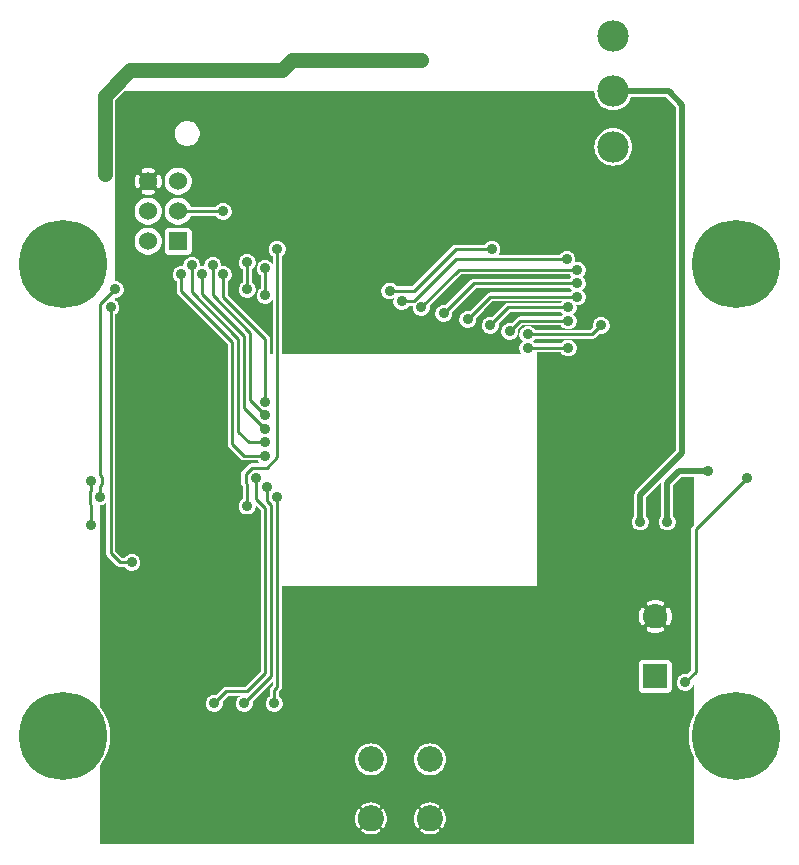
<source format=gbr>
G04 start of page 3 for group 1 idx 1 *
G04 Title: (unknown), bottom *
G04 Creator: pcb 20110918 *
G04 CreationDate: Mon 25 May 2015 02:47:13 AM GMT UTC *
G04 For: railfan *
G04 Format: Gerber/RS-274X *
G04 PCB-Dimensions: 269500 307800 *
G04 PCB-Coordinate-Origin: lower left *
%MOIN*%
%FSLAX25Y25*%
%LNBOTTOM*%
%ADD58C,0.0750*%
%ADD57C,0.0480*%
%ADD56C,0.0430*%
%ADD55C,0.0630*%
%ADD54C,0.0380*%
%ADD53C,0.1285*%
%ADD52C,0.0360*%
%ADD51C,0.1050*%
%ADD50C,0.0800*%
%ADD49C,0.0860*%
%ADD48C,0.0600*%
%ADD47C,0.2937*%
%ADD46C,0.0200*%
%ADD45C,0.0500*%
%ADD44C,0.0100*%
%ADD43C,0.0001*%
G54D43*G36*
X233000Y61679D02*Y50234D01*
X232882Y50042D01*
X231938Y47762D01*
X231361Y45361D01*
X231168Y42900D01*
X231361Y40439D01*
X231938Y38038D01*
X232882Y35758D01*
X233000Y35566D01*
Y6800D01*
X224493D01*
Y57380D01*
X224683Y57459D01*
X224884Y57583D01*
X225064Y57736D01*
X225217Y57916D01*
X225341Y58117D01*
X225431Y58335D01*
X225486Y58565D01*
X225500Y58800D01*
X225486Y67035D01*
X225431Y67265D01*
X225341Y67483D01*
X225217Y67684D01*
X225064Y67864D01*
X224884Y68017D01*
X224683Y68141D01*
X224493Y68220D01*
Y79945D01*
X224578Y79981D01*
X224679Y80043D01*
X224769Y80119D01*
X224845Y80209D01*
X224905Y80311D01*
X225122Y80780D01*
X225289Y81269D01*
X225409Y81772D01*
X225482Y82284D01*
X225506Y82800D01*
X225482Y83316D01*
X225409Y83828D01*
X225289Y84331D01*
X225122Y84820D01*
X224910Y85292D01*
X224849Y85393D01*
X224772Y85484D01*
X224682Y85561D01*
X224580Y85623D01*
X224493Y85660D01*
Y92800D01*
X232000D01*
Y64921D01*
X230611Y63533D01*
X230439Y63574D01*
X230000Y63609D01*
X229561Y63574D01*
X229132Y63471D01*
X228725Y63303D01*
X228349Y63072D01*
X228014Y62786D01*
X227728Y62451D01*
X227497Y62075D01*
X227329Y61668D01*
X227226Y61239D01*
X227191Y60800D01*
X227226Y60361D01*
X227329Y59932D01*
X227497Y59525D01*
X227728Y59149D01*
X228014Y58814D01*
X228349Y58528D01*
X228725Y58297D01*
X229132Y58129D01*
X229561Y58026D01*
X230000Y57991D01*
X230439Y58026D01*
X230868Y58129D01*
X231275Y58297D01*
X231651Y58528D01*
X231986Y58814D01*
X232272Y59149D01*
X232503Y59525D01*
X232671Y59932D01*
X232774Y60361D01*
X232800Y60800D01*
X232774Y61239D01*
X232733Y61411D01*
X233000Y61679D01*
G37*
G36*
X224493Y68220D02*X224465Y68231D01*
X224235Y68286D01*
X224000Y68300D01*
X220000Y68293D01*
Y77294D01*
X220516Y77318D01*
X221028Y77391D01*
X221531Y77511D01*
X222020Y77678D01*
X222492Y77890D01*
X222593Y77951D01*
X222684Y78028D01*
X222761Y78118D01*
X222823Y78220D01*
X222869Y78329D01*
X222897Y78445D01*
X222906Y78563D01*
X222897Y78681D01*
X222870Y78797D01*
X222824Y78907D01*
X222762Y79008D01*
X222686Y79098D01*
X222595Y79176D01*
X222494Y79238D01*
X222385Y79284D01*
X222269Y79311D01*
X222151Y79321D01*
X222032Y79312D01*
X221917Y79284D01*
X221808Y79237D01*
X221468Y79079D01*
X221112Y78958D01*
X220747Y78870D01*
X220375Y78818D01*
X220000Y78800D01*
Y86800D01*
X220375Y86782D01*
X220747Y86730D01*
X221112Y86642D01*
X221468Y86521D01*
X221810Y86367D01*
X221918Y86320D01*
X222033Y86293D01*
X222151Y86283D01*
X222268Y86293D01*
X222383Y86321D01*
X222492Y86366D01*
X222593Y86428D01*
X222682Y86505D01*
X222759Y86595D01*
X222820Y86695D01*
X222865Y86804D01*
X222893Y86919D01*
X222902Y87037D01*
X222892Y87155D01*
X222865Y87269D01*
X222819Y87378D01*
X222757Y87479D01*
X222681Y87569D01*
X222591Y87645D01*
X222489Y87705D01*
X222020Y87922D01*
X221531Y88089D01*
X221028Y88209D01*
X220516Y88282D01*
X220000Y88306D01*
Y92800D01*
X224493D01*
Y85660D01*
X224471Y85669D01*
X224355Y85697D01*
X224237Y85706D01*
X224119Y85697D01*
X224003Y85670D01*
X223893Y85624D01*
X223792Y85562D01*
X223702Y85486D01*
X223624Y85395D01*
X223562Y85294D01*
X223516Y85185D01*
X223489Y85069D01*
X223479Y84951D01*
X223488Y84832D01*
X223516Y84717D01*
X223563Y84608D01*
X223721Y84268D01*
X223842Y83912D01*
X223930Y83547D01*
X223982Y83175D01*
X224000Y82800D01*
X223982Y82425D01*
X223930Y82053D01*
X223842Y81688D01*
X223721Y81332D01*
X223567Y80990D01*
X223520Y80882D01*
X223493Y80767D01*
X223483Y80649D01*
X223493Y80532D01*
X223521Y80417D01*
X223566Y80308D01*
X223628Y80207D01*
X223705Y80118D01*
X223795Y80041D01*
X223895Y79980D01*
X224004Y79935D01*
X224119Y79907D01*
X224237Y79898D01*
X224355Y79908D01*
X224469Y79935D01*
X224493Y79945D01*
Y68220D01*
G37*
G36*
Y6800D02*X220000D01*
Y57307D01*
X224235Y57314D01*
X224465Y57369D01*
X224493Y57380D01*
Y6800D01*
G37*
G36*
X215507Y92800D02*X220000D01*
Y88306D01*
X219484Y88282D01*
X218972Y88209D01*
X218469Y88089D01*
X217980Y87922D01*
X217508Y87710D01*
X217407Y87649D01*
X217316Y87572D01*
X217239Y87482D01*
X217177Y87380D01*
X217131Y87271D01*
X217103Y87155D01*
X217094Y87037D01*
X217103Y86919D01*
X217130Y86803D01*
X217176Y86693D01*
X217238Y86592D01*
X217314Y86502D01*
X217405Y86424D01*
X217506Y86362D01*
X217615Y86316D01*
X217731Y86289D01*
X217849Y86279D01*
X217968Y86288D01*
X218083Y86316D01*
X218192Y86363D01*
X218532Y86521D01*
X218888Y86642D01*
X219253Y86730D01*
X219625Y86782D01*
X220000Y86800D01*
Y78800D01*
X219625Y78818D01*
X219253Y78870D01*
X218888Y78958D01*
X218532Y79079D01*
X218190Y79233D01*
X218082Y79280D01*
X217967Y79307D01*
X217849Y79317D01*
X217732Y79307D01*
X217617Y79279D01*
X217508Y79234D01*
X217407Y79172D01*
X217318Y79095D01*
X217241Y79005D01*
X217180Y78905D01*
X217135Y78796D01*
X217107Y78681D01*
X217098Y78563D01*
X217108Y78445D01*
X217135Y78331D01*
X217181Y78222D01*
X217243Y78121D01*
X217319Y78031D01*
X217409Y77955D01*
X217511Y77895D01*
X217980Y77678D01*
X218469Y77511D01*
X218972Y77391D01*
X219484Y77318D01*
X220000Y77294D01*
Y68293D01*
X215765Y68286D01*
X215535Y68231D01*
X215507Y68220D01*
Y79940D01*
X215529Y79931D01*
X215645Y79903D01*
X215763Y79894D01*
X215881Y79903D01*
X215997Y79930D01*
X216107Y79976D01*
X216208Y80038D01*
X216298Y80114D01*
X216376Y80205D01*
X216438Y80306D01*
X216484Y80415D01*
X216511Y80531D01*
X216521Y80649D01*
X216512Y80768D01*
X216484Y80883D01*
X216437Y80992D01*
X216279Y81332D01*
X216158Y81688D01*
X216070Y82053D01*
X216018Y82425D01*
X216000Y82800D01*
X216018Y83175D01*
X216070Y83547D01*
X216158Y83912D01*
X216279Y84268D01*
X216433Y84610D01*
X216480Y84718D01*
X216507Y84833D01*
X216517Y84951D01*
X216507Y85068D01*
X216479Y85183D01*
X216434Y85292D01*
X216372Y85393D01*
X216295Y85482D01*
X216205Y85559D01*
X216105Y85620D01*
X215996Y85665D01*
X215881Y85693D01*
X215763Y85702D01*
X215645Y85692D01*
X215531Y85665D01*
X215507Y85655D01*
Y92800D01*
G37*
G36*
X220000Y6800D02*X215507D01*
Y57380D01*
X215535Y57369D01*
X215765Y57314D01*
X216000Y57300D01*
X220000Y57307D01*
Y6800D01*
G37*
G36*
X215507D02*X149252D01*
Y12521D01*
X149285Y12566D01*
X149528Y12968D01*
X149730Y13393D01*
X149894Y13835D01*
X150018Y14289D01*
X150101Y14753D01*
X150143Y15222D01*
Y15692D01*
X150101Y16161D01*
X150018Y16625D01*
X149894Y17079D01*
X149730Y17521D01*
X149528Y17946D01*
X149289Y18351D01*
X149252Y18401D01*
Y32194D01*
X149580Y32729D01*
X149899Y33500D01*
X150094Y34311D01*
X150143Y35143D01*
X150094Y35975D01*
X149899Y36786D01*
X149580Y37557D01*
X149252Y38092D01*
Y92800D01*
X215507D01*
Y85655D01*
X215422Y85619D01*
X215321Y85557D01*
X215231Y85481D01*
X215155Y85391D01*
X215095Y85289D01*
X214878Y84820D01*
X214711Y84331D01*
X214591Y83828D01*
X214518Y83316D01*
X214494Y82800D01*
X214518Y82284D01*
X214591Y81772D01*
X214711Y81269D01*
X214878Y80780D01*
X215090Y80308D01*
X215151Y80207D01*
X215228Y80116D01*
X215318Y80039D01*
X215420Y79977D01*
X215507Y79940D01*
Y68220D01*
X215317Y68141D01*
X215116Y68017D01*
X214936Y67864D01*
X214783Y67684D01*
X214659Y67483D01*
X214569Y67265D01*
X214514Y67035D01*
X214500Y66800D01*
X214514Y58565D01*
X214569Y58335D01*
X214659Y58117D01*
X214783Y57916D01*
X214936Y57736D01*
X215116Y57583D01*
X215317Y57459D01*
X215507Y57380D01*
Y6800D01*
G37*
G36*
X149252Y38092D02*X149144Y38268D01*
X148602Y38902D01*
X147968Y39444D01*
X147257Y39880D01*
X146486Y40199D01*
X145675Y40394D01*
X144843Y40459D01*
X144835Y40459D01*
Y92800D01*
X149252D01*
Y38092D01*
G37*
G36*
Y6800D02*X144835D01*
Y10157D01*
X145078D01*
X145547Y10199D01*
X146011Y10282D01*
X146465Y10406D01*
X146907Y10570D01*
X147332Y10772D01*
X147737Y11011D01*
X147801Y11059D01*
X147855Y11116D01*
X147900Y11182D01*
X147934Y11254D01*
X147957Y11330D01*
X147967Y11408D01*
X147965Y11488D01*
X147950Y11566D01*
X147924Y11641D01*
X147886Y11710D01*
X147837Y11773D01*
X147780Y11828D01*
X147714Y11873D01*
X147642Y11907D01*
X147566Y11929D01*
X147488Y11939D01*
X147408Y11937D01*
X147330Y11923D01*
X147255Y11896D01*
X147187Y11857D01*
X146860Y11660D01*
X146516Y11496D01*
X146158Y11363D01*
X145790Y11262D01*
X145414Y11195D01*
X145034Y11161D01*
X144835D01*
Y19753D01*
X145034D01*
X145414Y19719D01*
X145790Y19652D01*
X146158Y19551D01*
X146516Y19418D01*
X146860Y19254D01*
X147189Y19061D01*
X147257Y19022D01*
X147331Y18995D01*
X147409Y18981D01*
X147487Y18979D01*
X147565Y18989D01*
X147641Y19011D01*
X147712Y19045D01*
X147777Y19090D01*
X147834Y19144D01*
X147882Y19206D01*
X147920Y19275D01*
X147946Y19349D01*
X147960Y19427D01*
X147963Y19505D01*
X147952Y19583D01*
X147930Y19659D01*
X147896Y19730D01*
X147852Y19795D01*
X147798Y19852D01*
X147734Y19899D01*
X147332Y20142D01*
X146907Y20344D01*
X146465Y20508D01*
X146011Y20632D01*
X145547Y20715D01*
X145078Y20757D01*
X144835D01*
Y29827D01*
X144843Y29827D01*
X145675Y29892D01*
X146486Y30087D01*
X147257Y30406D01*
X147968Y30842D01*
X148602Y31384D01*
X149144Y32018D01*
X149252Y32194D01*
Y18401D01*
X149241Y18415D01*
X149184Y18469D01*
X149118Y18514D01*
X149046Y18548D01*
X148970Y18571D01*
X148892Y18581D01*
X148812Y18579D01*
X148734Y18564D01*
X148659Y18538D01*
X148590Y18500D01*
X148527Y18451D01*
X148472Y18394D01*
X148427Y18328D01*
X148393Y18256D01*
X148371Y18180D01*
X148361Y18102D01*
X148363Y18022D01*
X148377Y17944D01*
X148404Y17869D01*
X148443Y17801D01*
X148640Y17474D01*
X148804Y17130D01*
X148937Y16772D01*
X149038Y16404D01*
X149105Y16028D01*
X149139Y15648D01*
Y15266D01*
X149105Y14886D01*
X149038Y14510D01*
X148937Y14142D01*
X148804Y13784D01*
X148640Y13440D01*
X148447Y13111D01*
X148408Y13043D01*
X148381Y12969D01*
X148367Y12891D01*
X148365Y12813D01*
X148375Y12735D01*
X148397Y12659D01*
X148431Y12588D01*
X148476Y12523D01*
X148530Y12466D01*
X148592Y12418D01*
X148661Y12380D01*
X148735Y12354D01*
X148813Y12340D01*
X148891Y12337D01*
X148969Y12348D01*
X149045Y12370D01*
X149116Y12404D01*
X149181Y12448D01*
X149238Y12502D01*
X149252Y12521D01*
Y6800D01*
G37*
G36*
X140434Y92800D02*X144835D01*
Y40459D01*
X144011Y40394D01*
X143200Y40199D01*
X142429Y39880D01*
X141718Y39444D01*
X141084Y38902D01*
X140542Y38268D01*
X140434Y38092D01*
Y92800D01*
G37*
G36*
X144835Y6800D02*X140434D01*
Y12513D01*
X140445Y12499D01*
X140502Y12445D01*
X140568Y12400D01*
X140640Y12366D01*
X140716Y12343D01*
X140794Y12333D01*
X140874Y12335D01*
X140952Y12350D01*
X141027Y12376D01*
X141096Y12414D01*
X141159Y12463D01*
X141214Y12520D01*
X141259Y12586D01*
X141293Y12658D01*
X141315Y12734D01*
X141325Y12812D01*
X141323Y12892D01*
X141309Y12970D01*
X141282Y13045D01*
X141243Y13113D01*
X141046Y13440D01*
X140882Y13784D01*
X140749Y14142D01*
X140648Y14510D01*
X140581Y14886D01*
X140547Y15266D01*
Y15648D01*
X140581Y16028D01*
X140648Y16404D01*
X140749Y16772D01*
X140882Y17130D01*
X141046Y17474D01*
X141239Y17803D01*
X141278Y17871D01*
X141305Y17945D01*
X141319Y18023D01*
X141321Y18101D01*
X141311Y18179D01*
X141289Y18255D01*
X141255Y18326D01*
X141210Y18391D01*
X141156Y18448D01*
X141094Y18496D01*
X141025Y18534D01*
X140951Y18560D01*
X140873Y18574D01*
X140795Y18577D01*
X140717Y18566D01*
X140641Y18544D01*
X140570Y18510D01*
X140505Y18466D01*
X140448Y18412D01*
X140434Y18393D01*
Y32194D01*
X140542Y32018D01*
X141084Y31384D01*
X141718Y30842D01*
X142429Y30406D01*
X143200Y30087D01*
X144011Y29892D01*
X144835Y29827D01*
Y20757D01*
X144608D01*
X144139Y20715D01*
X143675Y20632D01*
X143221Y20508D01*
X142779Y20344D01*
X142354Y20142D01*
X141949Y19903D01*
X141885Y19855D01*
X141831Y19798D01*
X141786Y19732D01*
X141752Y19660D01*
X141729Y19584D01*
X141719Y19506D01*
X141721Y19426D01*
X141736Y19348D01*
X141762Y19273D01*
X141800Y19204D01*
X141849Y19141D01*
X141906Y19086D01*
X141972Y19041D01*
X142044Y19007D01*
X142120Y18985D01*
X142198Y18975D01*
X142278Y18977D01*
X142356Y18991D01*
X142431Y19018D01*
X142499Y19057D01*
X142826Y19254D01*
X143170Y19418D01*
X143528Y19551D01*
X143896Y19652D01*
X144272Y19719D01*
X144652Y19753D01*
X144835D01*
Y11161D01*
X144652D01*
X144272Y11195D01*
X143896Y11262D01*
X143528Y11363D01*
X143170Y11496D01*
X142826Y11660D01*
X142497Y11853D01*
X142429Y11892D01*
X142355Y11919D01*
X142277Y11933D01*
X142199Y11935D01*
X142121Y11925D01*
X142045Y11903D01*
X141974Y11869D01*
X141909Y11824D01*
X141852Y11770D01*
X141804Y11708D01*
X141766Y11639D01*
X141740Y11565D01*
X141726Y11487D01*
X141723Y11409D01*
X141734Y11331D01*
X141756Y11255D01*
X141790Y11184D01*
X141834Y11119D01*
X141888Y11062D01*
X141952Y11015D01*
X142354Y10772D01*
X142779Y10570D01*
X143221Y10406D01*
X143675Y10282D01*
X144139Y10199D01*
X144608Y10157D01*
X144835D01*
Y6800D01*
G37*
G36*
X140434D02*X129566D01*
Y12521D01*
X129599Y12566D01*
X129842Y12968D01*
X130044Y13393D01*
X130208Y13835D01*
X130332Y14289D01*
X130415Y14753D01*
X130457Y15222D01*
Y15692D01*
X130415Y16161D01*
X130332Y16625D01*
X130208Y17079D01*
X130044Y17521D01*
X129842Y17946D01*
X129603Y18351D01*
X129566Y18401D01*
Y32194D01*
X129894Y32729D01*
X130213Y33500D01*
X130408Y34311D01*
X130457Y35143D01*
X130408Y35975D01*
X130213Y36786D01*
X129894Y37557D01*
X129566Y38092D01*
Y92800D01*
X140434D01*
Y38092D01*
X140106Y37557D01*
X139787Y36786D01*
X139592Y35975D01*
X139527Y35143D01*
X139592Y34311D01*
X139787Y33500D01*
X140106Y32729D01*
X140434Y32194D01*
Y18393D01*
X140401Y18348D01*
X140158Y17946D01*
X139956Y17521D01*
X139792Y17079D01*
X139668Y16625D01*
X139585Y16161D01*
X139543Y15692D01*
Y15222D01*
X139585Y14753D01*
X139668Y14289D01*
X139792Y13835D01*
X139956Y13393D01*
X140158Y12968D01*
X140397Y12563D01*
X140434Y12513D01*
Y6800D01*
G37*
G36*
X129566Y38092D02*X129458Y38268D01*
X128916Y38902D01*
X128282Y39444D01*
X127571Y39880D01*
X126800Y40199D01*
X125989Y40394D01*
X125157Y40459D01*
X125149Y40459D01*
Y92800D01*
X129566D01*
Y38092D01*
G37*
G36*
Y6800D02*X125149D01*
Y10157D01*
X125392D01*
X125861Y10199D01*
X126325Y10282D01*
X126779Y10406D01*
X127221Y10570D01*
X127646Y10772D01*
X128051Y11011D01*
X128115Y11059D01*
X128169Y11116D01*
X128214Y11182D01*
X128248Y11254D01*
X128271Y11330D01*
X128281Y11408D01*
X128279Y11488D01*
X128264Y11566D01*
X128238Y11641D01*
X128200Y11710D01*
X128151Y11773D01*
X128094Y11828D01*
X128028Y11873D01*
X127956Y11907D01*
X127880Y11929D01*
X127802Y11939D01*
X127722Y11937D01*
X127644Y11923D01*
X127569Y11896D01*
X127501Y11857D01*
X127174Y11660D01*
X126830Y11496D01*
X126472Y11363D01*
X126104Y11262D01*
X125728Y11195D01*
X125348Y11161D01*
X125149D01*
Y19753D01*
X125348D01*
X125728Y19719D01*
X126104Y19652D01*
X126472Y19551D01*
X126830Y19418D01*
X127174Y19254D01*
X127503Y19061D01*
X127571Y19022D01*
X127645Y18995D01*
X127723Y18981D01*
X127801Y18979D01*
X127879Y18989D01*
X127955Y19011D01*
X128026Y19045D01*
X128091Y19090D01*
X128148Y19144D01*
X128196Y19206D01*
X128234Y19275D01*
X128260Y19349D01*
X128274Y19427D01*
X128277Y19505D01*
X128266Y19583D01*
X128244Y19659D01*
X128210Y19730D01*
X128166Y19795D01*
X128112Y19852D01*
X128048Y19899D01*
X127646Y20142D01*
X127221Y20344D01*
X126779Y20508D01*
X126325Y20632D01*
X125861Y20715D01*
X125392Y20757D01*
X125149D01*
Y29827D01*
X125157Y29827D01*
X125989Y29892D01*
X126800Y30087D01*
X127571Y30406D01*
X128282Y30842D01*
X128916Y31384D01*
X129458Y32018D01*
X129566Y32194D01*
Y18401D01*
X129555Y18415D01*
X129498Y18469D01*
X129432Y18514D01*
X129360Y18548D01*
X129284Y18571D01*
X129206Y18581D01*
X129126Y18579D01*
X129048Y18564D01*
X128973Y18538D01*
X128904Y18500D01*
X128841Y18451D01*
X128786Y18394D01*
X128741Y18328D01*
X128707Y18256D01*
X128685Y18180D01*
X128675Y18102D01*
X128677Y18022D01*
X128691Y17944D01*
X128718Y17869D01*
X128757Y17801D01*
X128954Y17474D01*
X129118Y17130D01*
X129251Y16772D01*
X129352Y16404D01*
X129419Y16028D01*
X129453Y15648D01*
Y15266D01*
X129419Y14886D01*
X129352Y14510D01*
X129251Y14142D01*
X129118Y13784D01*
X128954Y13440D01*
X128761Y13111D01*
X128722Y13043D01*
X128695Y12969D01*
X128681Y12891D01*
X128679Y12813D01*
X128689Y12735D01*
X128711Y12659D01*
X128745Y12588D01*
X128790Y12523D01*
X128844Y12466D01*
X128906Y12418D01*
X128975Y12380D01*
X129049Y12354D01*
X129127Y12340D01*
X129205Y12337D01*
X129283Y12348D01*
X129359Y12370D01*
X129430Y12404D01*
X129495Y12448D01*
X129552Y12502D01*
X129566Y12521D01*
Y6800D01*
G37*
G36*
X120748Y92800D02*X125149D01*
Y40459D01*
X124325Y40394D01*
X123514Y40199D01*
X122743Y39880D01*
X122032Y39444D01*
X121398Y38902D01*
X120856Y38268D01*
X120748Y38092D01*
Y92800D01*
G37*
G36*
X125149Y6800D02*X120748D01*
Y12513D01*
X120759Y12499D01*
X120816Y12445D01*
X120882Y12400D01*
X120954Y12366D01*
X121030Y12343D01*
X121108Y12333D01*
X121188Y12335D01*
X121266Y12350D01*
X121341Y12376D01*
X121410Y12414D01*
X121473Y12463D01*
X121528Y12520D01*
X121573Y12586D01*
X121607Y12658D01*
X121629Y12734D01*
X121639Y12812D01*
X121637Y12892D01*
X121623Y12970D01*
X121596Y13045D01*
X121557Y13113D01*
X121360Y13440D01*
X121196Y13784D01*
X121063Y14142D01*
X120962Y14510D01*
X120895Y14886D01*
X120861Y15266D01*
Y15648D01*
X120895Y16028D01*
X120962Y16404D01*
X121063Y16772D01*
X121196Y17130D01*
X121360Y17474D01*
X121553Y17803D01*
X121592Y17871D01*
X121619Y17945D01*
X121633Y18023D01*
X121635Y18101D01*
X121625Y18179D01*
X121603Y18255D01*
X121569Y18326D01*
X121524Y18391D01*
X121470Y18448D01*
X121408Y18496D01*
X121339Y18534D01*
X121265Y18560D01*
X121187Y18574D01*
X121109Y18577D01*
X121031Y18566D01*
X120955Y18544D01*
X120884Y18510D01*
X120819Y18466D01*
X120762Y18412D01*
X120748Y18393D01*
Y32194D01*
X120856Y32018D01*
X121398Y31384D01*
X122032Y30842D01*
X122743Y30406D01*
X123514Y30087D01*
X124325Y29892D01*
X125149Y29827D01*
Y20757D01*
X124922D01*
X124453Y20715D01*
X123989Y20632D01*
X123535Y20508D01*
X123093Y20344D01*
X122668Y20142D01*
X122263Y19903D01*
X122199Y19855D01*
X122145Y19798D01*
X122100Y19732D01*
X122066Y19660D01*
X122043Y19584D01*
X122033Y19506D01*
X122035Y19426D01*
X122050Y19348D01*
X122076Y19273D01*
X122114Y19204D01*
X122163Y19141D01*
X122220Y19086D01*
X122286Y19041D01*
X122358Y19007D01*
X122434Y18985D01*
X122512Y18975D01*
X122592Y18977D01*
X122670Y18991D01*
X122745Y19018D01*
X122813Y19057D01*
X123140Y19254D01*
X123484Y19418D01*
X123842Y19551D01*
X124210Y19652D01*
X124586Y19719D01*
X124966Y19753D01*
X125149D01*
Y11161D01*
X124966D01*
X124586Y11195D01*
X124210Y11262D01*
X123842Y11363D01*
X123484Y11496D01*
X123140Y11660D01*
X122811Y11853D01*
X122743Y11892D01*
X122669Y11919D01*
X122591Y11933D01*
X122513Y11935D01*
X122435Y11925D01*
X122359Y11903D01*
X122288Y11869D01*
X122223Y11824D01*
X122166Y11770D01*
X122118Y11708D01*
X122080Y11639D01*
X122054Y11565D01*
X122040Y11487D01*
X122037Y11409D01*
X122048Y11331D01*
X122070Y11255D01*
X122104Y11184D01*
X122148Y11119D01*
X122202Y11062D01*
X122266Y11015D01*
X122668Y10772D01*
X123093Y10570D01*
X123535Y10406D01*
X123989Y10282D01*
X124453Y10199D01*
X124922Y10157D01*
X125149D01*
Y6800D01*
G37*
G36*
X120748D02*X35000D01*
Y33269D01*
X35328Y33653D01*
X36618Y35758D01*
X37562Y38038D01*
X38139Y40439D01*
X38284Y42900D01*
X38139Y45361D01*
X37562Y47762D01*
X36618Y50042D01*
X35328Y52147D01*
X35000Y52531D01*
Y92800D01*
X88500D01*
Y64421D01*
X83379Y59300D01*
X77059D01*
X77000Y59305D01*
X76765Y59286D01*
X76535Y59231D01*
X76317Y59141D01*
X76116Y59017D01*
X76115Y59017D01*
X75936Y58864D01*
X75898Y58819D01*
X73611Y56533D01*
X73439Y56574D01*
X73000Y56609D01*
X72561Y56574D01*
X72132Y56471D01*
X71725Y56303D01*
X71349Y56072D01*
X71014Y55786D01*
X70728Y55451D01*
X70497Y55075D01*
X70329Y54668D01*
X70226Y54239D01*
X70191Y53800D01*
X70226Y53361D01*
X70329Y52932D01*
X70497Y52525D01*
X70728Y52149D01*
X71014Y51814D01*
X71349Y51528D01*
X71725Y51297D01*
X72132Y51129D01*
X72561Y51026D01*
X73000Y50991D01*
X73439Y51026D01*
X73868Y51129D01*
X74275Y51297D01*
X74651Y51528D01*
X74986Y51814D01*
X75272Y52149D01*
X75503Y52525D01*
X75671Y52932D01*
X75774Y53361D01*
X75800Y53800D01*
X75774Y54239D01*
X75733Y54411D01*
X77621Y56300D01*
X81721D01*
X81349Y56072D01*
X81014Y55786D01*
X80728Y55451D01*
X80497Y55075D01*
X80329Y54668D01*
X80226Y54239D01*
X80191Y53800D01*
X80226Y53361D01*
X80329Y52932D01*
X80497Y52525D01*
X80728Y52149D01*
X81014Y51814D01*
X81349Y51528D01*
X81725Y51297D01*
X82132Y51129D01*
X82561Y51026D01*
X83000Y50991D01*
X83439Y51026D01*
X83868Y51129D01*
X84275Y51297D01*
X84651Y51528D01*
X84986Y51814D01*
X85272Y52149D01*
X85503Y52525D01*
X85671Y52932D01*
X85774Y53361D01*
X85800Y53800D01*
X85774Y54239D01*
X85733Y54411D01*
X92500Y61179D01*
Y59921D01*
X91981Y59402D01*
X91936Y59364D01*
X91783Y59184D01*
X91659Y58983D01*
X91569Y58765D01*
X91514Y58535D01*
X91514Y58535D01*
X91495Y58300D01*
X91500Y58241D01*
Y56165D01*
X91349Y56072D01*
X91014Y55786D01*
X90728Y55451D01*
X90497Y55075D01*
X90329Y54668D01*
X90226Y54239D01*
X90191Y53800D01*
X90226Y53361D01*
X90329Y52932D01*
X90497Y52525D01*
X90728Y52149D01*
X91014Y51814D01*
X91349Y51528D01*
X91725Y51297D01*
X92132Y51129D01*
X92561Y51026D01*
X93000Y50991D01*
X93439Y51026D01*
X93868Y51129D01*
X94275Y51297D01*
X94651Y51528D01*
X94986Y51814D01*
X95272Y52149D01*
X95503Y52525D01*
X95671Y52932D01*
X95774Y53361D01*
X95800Y53800D01*
X95774Y54239D01*
X95671Y54668D01*
X95503Y55075D01*
X95272Y55451D01*
X94986Y55786D01*
X94651Y56072D01*
X94500Y56165D01*
Y57679D01*
X95019Y58198D01*
X95064Y58236D01*
X95217Y58415D01*
X95217Y58416D01*
X95341Y58617D01*
X95431Y58835D01*
X95486Y59065D01*
X95505Y59300D01*
X95500Y59359D01*
Y92800D01*
X120748D01*
Y38092D01*
X120420Y37557D01*
X120101Y36786D01*
X119906Y35975D01*
X119841Y35143D01*
X119906Y34311D01*
X120101Y33500D01*
X120420Y32729D01*
X120748Y32194D01*
Y18393D01*
X120715Y18348D01*
X120472Y17946D01*
X120270Y17521D01*
X120106Y17079D01*
X119982Y16625D01*
X119899Y16161D01*
X119857Y15692D01*
Y15222D01*
X119899Y14753D01*
X119982Y14289D01*
X120106Y13835D01*
X120270Y13393D01*
X120472Y12968D01*
X120711Y12563D01*
X120748Y12513D01*
Y6800D01*
G37*
G36*
X43135Y102300D02*X42121D01*
X40000Y104421D01*
Y174300D01*
X76879D01*
X77500Y173679D01*
Y140359D01*
X77495Y140300D01*
X77514Y140065D01*
X77569Y139835D01*
X77659Y139617D01*
X77783Y139416D01*
X77783Y139415D01*
X77936Y139236D01*
X77981Y139198D01*
X81898Y135281D01*
X81936Y135236D01*
X82116Y135083D01*
X82317Y134959D01*
X82535Y134869D01*
X82765Y134814D01*
X83000Y134795D01*
X83059Y134800D01*
X87635D01*
X87728Y134649D01*
X88014Y134314D01*
X88349Y134028D01*
X88721Y133800D01*
X85559D01*
X85500Y133805D01*
X85265Y133786D01*
X85035Y133731D01*
X84817Y133641D01*
X84616Y133517D01*
X84615Y133517D01*
X84436Y133364D01*
X84398Y133319D01*
X82481Y131402D01*
X82436Y131364D01*
X82283Y131184D01*
X82159Y130983D01*
X82069Y130765D01*
X82014Y130535D01*
X82014Y130535D01*
X81995Y130300D01*
X82000Y130241D01*
Y127359D01*
X81995Y127300D01*
X82014Y127065D01*
X82069Y126835D01*
X82159Y126617D01*
X82283Y126416D01*
X82436Y126236D01*
X82481Y126198D01*
X82500Y126179D01*
Y121941D01*
X82349Y121848D01*
X82014Y121562D01*
X81728Y121227D01*
X81497Y120851D01*
X81329Y120444D01*
X81226Y120015D01*
X81191Y119576D01*
X81226Y119137D01*
X81329Y118708D01*
X81497Y118301D01*
X81728Y117925D01*
X82014Y117590D01*
X82349Y117304D01*
X82725Y117073D01*
X83132Y116905D01*
X83561Y116802D01*
X84000Y116767D01*
X84439Y116802D01*
X84868Y116905D01*
X85275Y117073D01*
X85651Y117304D01*
X85986Y117590D01*
X86272Y117925D01*
X86503Y118301D01*
X86671Y118708D01*
X86774Y119137D01*
X86800Y119576D01*
X86781Y119898D01*
X88500Y118179D01*
Y89300D01*
X35000D01*
Y119916D01*
X35439Y119951D01*
X35868Y120054D01*
X36275Y120222D01*
X36651Y120453D01*
X36986Y120739D01*
X37000Y120755D01*
Y103859D01*
X36995Y103800D01*
X37014Y103565D01*
X37069Y103335D01*
X37159Y103117D01*
X37283Y102916D01*
X37283Y102915D01*
X37436Y102736D01*
X37481Y102698D01*
X40398Y99781D01*
X40436Y99736D01*
X40615Y99583D01*
X40616Y99583D01*
X40817Y99459D01*
X41035Y99369D01*
X41265Y99314D01*
X41500Y99295D01*
X41559Y99300D01*
X43135D01*
X43228Y99149D01*
X43514Y98814D01*
X43849Y98528D01*
X44225Y98297D01*
X44632Y98129D01*
X45061Y98026D01*
X45500Y97991D01*
X45939Y98026D01*
X46368Y98129D01*
X46775Y98297D01*
X47151Y98528D01*
X47486Y98814D01*
X47772Y99149D01*
X48003Y99525D01*
X48171Y99932D01*
X48274Y100361D01*
X48300Y100800D01*
X48274Y101239D01*
X48171Y101668D01*
X48003Y102075D01*
X47772Y102451D01*
X47486Y102786D01*
X47151Y103072D01*
X46775Y103303D01*
X46368Y103471D01*
X45939Y103574D01*
X45500Y103609D01*
X45061Y103574D01*
X44632Y103471D01*
X44225Y103303D01*
X43849Y103072D01*
X43514Y102786D01*
X43228Y102451D01*
X43135Y102300D01*
G37*
G36*
X168000Y88800D02*X197000D01*
Y11800D01*
X168000D01*
Y88800D01*
G37*
G36*
X220000Y173300D02*X227000D01*
Y138128D01*
X220000Y131128D01*
Y173300D01*
G37*
G36*
X233000Y56300D02*X224493D01*
Y57380D01*
X224683Y57459D01*
X224884Y57583D01*
X225064Y57736D01*
X225217Y57916D01*
X225341Y58117D01*
X225431Y58335D01*
X225486Y58565D01*
X225500Y58800D01*
X225486Y67035D01*
X225431Y67265D01*
X225341Y67483D01*
X225217Y67684D01*
X225064Y67864D01*
X224884Y68017D01*
X224683Y68141D01*
X224493Y68220D01*
Y79945D01*
X224578Y79981D01*
X224679Y80043D01*
X224769Y80119D01*
X224845Y80209D01*
X224905Y80311D01*
X225122Y80780D01*
X225289Y81269D01*
X225409Y81772D01*
X225482Y82284D01*
X225506Y82800D01*
X225482Y83316D01*
X225409Y83828D01*
X225289Y84331D01*
X225122Y84820D01*
X224910Y85292D01*
X224849Y85393D01*
X224772Y85484D01*
X224682Y85561D01*
X224580Y85623D01*
X224493Y85660D01*
Y111539D01*
X224868Y111629D01*
X225275Y111797D01*
X225651Y112028D01*
X225986Y112314D01*
X226272Y112649D01*
X226503Y113025D01*
X226671Y113432D01*
X226774Y113861D01*
X226800Y114300D01*
X226774Y114739D01*
X226671Y115168D01*
X226503Y115575D01*
X226272Y115951D01*
X226000Y116270D01*
Y126472D01*
X228828Y129300D01*
X233000D01*
Y113421D01*
X232481Y112902D01*
X232436Y112864D01*
X232283Y112684D01*
X232159Y112483D01*
X232069Y112265D01*
X232014Y112035D01*
X232014Y112035D01*
X231995Y111800D01*
X232000Y111741D01*
Y64921D01*
X230611Y63533D01*
X230439Y63574D01*
X230000Y63609D01*
X229561Y63574D01*
X229132Y63471D01*
X228725Y63303D01*
X228349Y63072D01*
X228014Y62786D01*
X227728Y62451D01*
X227497Y62075D01*
X227329Y61668D01*
X227226Y61239D01*
X227191Y60800D01*
X227226Y60361D01*
X227329Y59932D01*
X227497Y59525D01*
X227728Y59149D01*
X228014Y58814D01*
X228349Y58528D01*
X228725Y58297D01*
X229132Y58129D01*
X229561Y58026D01*
X230000Y57991D01*
X230439Y58026D01*
X230868Y58129D01*
X231275Y58297D01*
X231651Y58528D01*
X231986Y58814D01*
X232272Y59149D01*
X232503Y59525D01*
X232671Y59932D01*
X232774Y60361D01*
X232800Y60800D01*
X232774Y61239D01*
X232733Y61411D01*
X233000Y61679D01*
Y56300D01*
G37*
G36*
X224493Y68220D02*X224465Y68231D01*
X224235Y68286D01*
X224000Y68300D01*
X220000Y68293D01*
Y77294D01*
X220516Y77318D01*
X221028Y77391D01*
X221531Y77511D01*
X222020Y77678D01*
X222492Y77890D01*
X222593Y77951D01*
X222684Y78028D01*
X222761Y78118D01*
X222823Y78220D01*
X222869Y78329D01*
X222897Y78445D01*
X222906Y78563D01*
X222897Y78681D01*
X222870Y78797D01*
X222824Y78907D01*
X222762Y79008D01*
X222686Y79098D01*
X222595Y79176D01*
X222494Y79238D01*
X222385Y79284D01*
X222269Y79311D01*
X222151Y79321D01*
X222032Y79312D01*
X221917Y79284D01*
X221808Y79237D01*
X221468Y79079D01*
X221112Y78958D01*
X220747Y78870D01*
X220375Y78818D01*
X220000Y78800D01*
Y86800D01*
X220375Y86782D01*
X220747Y86730D01*
X221112Y86642D01*
X221468Y86521D01*
X221810Y86367D01*
X221918Y86320D01*
X222033Y86293D01*
X222151Y86283D01*
X222268Y86293D01*
X222383Y86321D01*
X222492Y86366D01*
X222593Y86428D01*
X222682Y86505D01*
X222759Y86595D01*
X222820Y86695D01*
X222865Y86804D01*
X222893Y86919D01*
X222902Y87037D01*
X222892Y87155D01*
X222865Y87269D01*
X222819Y87378D01*
X222757Y87479D01*
X222681Y87569D01*
X222591Y87645D01*
X222489Y87705D01*
X222020Y87922D01*
X221531Y88089D01*
X221028Y88209D01*
X220516Y88282D01*
X220000Y88306D01*
Y125472D01*
X222008Y127480D01*
X221994Y127300D01*
X222000Y127222D01*
Y116270D01*
X221728Y115951D01*
X221497Y115575D01*
X221329Y115168D01*
X221226Y114739D01*
X221191Y114300D01*
X221226Y113861D01*
X221329Y113432D01*
X221497Y113025D01*
X221728Y112649D01*
X222014Y112314D01*
X222349Y112028D01*
X222725Y111797D01*
X223132Y111629D01*
X223561Y111526D01*
X224000Y111491D01*
X224439Y111526D01*
X224493Y111539D01*
Y85660D01*
X224471Y85669D01*
X224355Y85697D01*
X224237Y85706D01*
X224119Y85697D01*
X224003Y85670D01*
X223893Y85624D01*
X223792Y85562D01*
X223702Y85486D01*
X223624Y85395D01*
X223562Y85294D01*
X223516Y85185D01*
X223489Y85069D01*
X223479Y84951D01*
X223488Y84832D01*
X223516Y84717D01*
X223563Y84608D01*
X223721Y84268D01*
X223842Y83912D01*
X223930Y83547D01*
X223982Y83175D01*
X224000Y82800D01*
X223982Y82425D01*
X223930Y82053D01*
X223842Y81688D01*
X223721Y81332D01*
X223567Y80990D01*
X223520Y80882D01*
X223493Y80767D01*
X223483Y80649D01*
X223493Y80532D01*
X223521Y80417D01*
X223566Y80308D01*
X223628Y80207D01*
X223705Y80118D01*
X223795Y80041D01*
X223895Y79980D01*
X224004Y79935D01*
X224119Y79907D01*
X224237Y79898D01*
X224355Y79908D01*
X224469Y79935D01*
X224493Y79945D01*
Y68220D01*
G37*
G36*
Y56300D02*X220000D01*
Y57307D01*
X224235Y57314D01*
X224465Y57369D01*
X224493Y57380D01*
Y56300D01*
G37*
G36*
X215507Y111542D02*X215868Y111629D01*
X216275Y111797D01*
X216651Y112028D01*
X216986Y112314D01*
X217272Y112649D01*
X217503Y113025D01*
X217671Y113432D01*
X217774Y113861D01*
X217800Y114300D01*
X217774Y114739D01*
X217671Y115168D01*
X217503Y115575D01*
X217272Y115951D01*
X217000Y116270D01*
Y122472D01*
X220000Y125472D01*
Y88306D01*
X219484Y88282D01*
X218972Y88209D01*
X218469Y88089D01*
X217980Y87922D01*
X217508Y87710D01*
X217407Y87649D01*
X217316Y87572D01*
X217239Y87482D01*
X217177Y87380D01*
X217131Y87271D01*
X217103Y87155D01*
X217094Y87037D01*
X217103Y86919D01*
X217130Y86803D01*
X217176Y86693D01*
X217238Y86592D01*
X217314Y86502D01*
X217405Y86424D01*
X217506Y86362D01*
X217615Y86316D01*
X217731Y86289D01*
X217849Y86279D01*
X217968Y86288D01*
X218083Y86316D01*
X218192Y86363D01*
X218532Y86521D01*
X218888Y86642D01*
X219253Y86730D01*
X219625Y86782D01*
X220000Y86800D01*
Y78800D01*
X219625Y78818D01*
X219253Y78870D01*
X218888Y78958D01*
X218532Y79079D01*
X218190Y79233D01*
X218082Y79280D01*
X217967Y79307D01*
X217849Y79317D01*
X217732Y79307D01*
X217617Y79279D01*
X217508Y79234D01*
X217407Y79172D01*
X217318Y79095D01*
X217241Y79005D01*
X217180Y78905D01*
X217135Y78796D01*
X217107Y78681D01*
X217098Y78563D01*
X217108Y78445D01*
X217135Y78331D01*
X217181Y78222D01*
X217243Y78121D01*
X217319Y78031D01*
X217409Y77955D01*
X217511Y77895D01*
X217980Y77678D01*
X218469Y77511D01*
X218972Y77391D01*
X219484Y77318D01*
X220000Y77294D01*
Y68293D01*
X215765Y68286D01*
X215535Y68231D01*
X215507Y68220D01*
Y79940D01*
X215529Y79931D01*
X215645Y79903D01*
X215763Y79894D01*
X215881Y79903D01*
X215997Y79930D01*
X216107Y79976D01*
X216208Y80038D01*
X216298Y80114D01*
X216376Y80205D01*
X216438Y80306D01*
X216484Y80415D01*
X216511Y80531D01*
X216521Y80649D01*
X216512Y80768D01*
X216484Y80883D01*
X216437Y80992D01*
X216279Y81332D01*
X216158Y81688D01*
X216070Y82053D01*
X216018Y82425D01*
X216000Y82800D01*
X216018Y83175D01*
X216070Y83547D01*
X216158Y83912D01*
X216279Y84268D01*
X216433Y84610D01*
X216480Y84718D01*
X216507Y84833D01*
X216517Y84951D01*
X216507Y85068D01*
X216479Y85183D01*
X216434Y85292D01*
X216372Y85393D01*
X216295Y85482D01*
X216205Y85559D01*
X216105Y85620D01*
X215996Y85665D01*
X215881Y85693D01*
X215763Y85702D01*
X215645Y85692D01*
X215531Y85665D01*
X215507Y85655D01*
Y111542D01*
G37*
G36*
Y173300D02*X220000D01*
Y131128D01*
X215507Y126636D01*
Y173300D01*
G37*
G36*
X220000Y56300D02*X215507D01*
Y57380D01*
X215535Y57369D01*
X215765Y57314D01*
X216000Y57300D01*
X220000Y57307D01*
Y56300D01*
G37*
G36*
X215507D02*X180500D01*
Y170800D01*
X188635D01*
X188728Y170649D01*
X189014Y170314D01*
X189349Y170028D01*
X189725Y169797D01*
X190132Y169629D01*
X190561Y169526D01*
X191000Y169491D01*
X191439Y169526D01*
X191868Y169629D01*
X192275Y169797D01*
X192651Y170028D01*
X192986Y170314D01*
X193272Y170649D01*
X193503Y171025D01*
X193671Y171432D01*
X193774Y171861D01*
X193800Y172300D01*
X193774Y172739D01*
X193671Y173168D01*
X193616Y173300D01*
X215507D01*
Y126636D01*
X213641Y124770D01*
X213581Y124719D01*
X213377Y124479D01*
X213212Y124211D01*
X213092Y123920D01*
X213019Y123614D01*
X212994Y123300D01*
X213000Y123222D01*
Y116270D01*
X212728Y115951D01*
X212497Y115575D01*
X212329Y115168D01*
X212226Y114739D01*
X212191Y114300D01*
X212226Y113861D01*
X212329Y113432D01*
X212497Y113025D01*
X212728Y112649D01*
X213014Y112314D01*
X213349Y112028D01*
X213725Y111797D01*
X214132Y111629D01*
X214561Y111526D01*
X215000Y111491D01*
X215439Y111526D01*
X215507Y111542D01*
Y85655D01*
X215422Y85619D01*
X215321Y85557D01*
X215231Y85481D01*
X215155Y85391D01*
X215095Y85289D01*
X214878Y84820D01*
X214711Y84331D01*
X214591Y83828D01*
X214518Y83316D01*
X214494Y82800D01*
X214518Y82284D01*
X214591Y81772D01*
X214711Y81269D01*
X214878Y80780D01*
X215090Y80308D01*
X215151Y80207D01*
X215228Y80116D01*
X215318Y80039D01*
X215420Y79977D01*
X215507Y79940D01*
Y68220D01*
X215317Y68141D01*
X215116Y68017D01*
X214936Y67864D01*
X214783Y67684D01*
X214659Y67483D01*
X214569Y67265D01*
X214514Y67035D01*
X214500Y66800D01*
X214514Y58565D01*
X214569Y58335D01*
X214659Y58117D01*
X214783Y57916D01*
X214936Y57736D01*
X215116Y57583D01*
X215317Y57459D01*
X215507Y57380D01*
Y56300D01*
G37*
G36*
X162746Y184924D02*X165621Y187800D01*
X189030D01*
X189014Y187786D01*
X188728Y187451D01*
X188635Y187300D01*
X171059D01*
X171000Y187305D01*
X170765Y187286D01*
X170535Y187231D01*
X170317Y187141D01*
X170116Y187017D01*
X170115Y187017D01*
X169936Y186864D01*
X169898Y186819D01*
X165611Y182533D01*
X165439Y182574D01*
X165000Y182609D01*
X164561Y182574D01*
X164132Y182471D01*
X163725Y182303D01*
X163349Y182072D01*
X163014Y181786D01*
X162746Y181472D01*
Y184924D01*
G37*
G36*
Y192300D02*X191635D01*
X191728Y192149D01*
X192014Y191814D01*
X192323Y191550D01*
X192014Y191286D01*
X191728Y190951D01*
X191635Y190800D01*
X165059D01*
X165000Y190805D01*
X164765Y190786D01*
X164535Y190731D01*
X164317Y190641D01*
X164116Y190517D01*
X164115Y190517D01*
X163936Y190364D01*
X163898Y190319D01*
X162746Y189167D01*
Y192300D01*
G37*
G36*
Y196800D02*X191635D01*
X191728Y196649D01*
X192014Y196314D01*
X192323Y196050D01*
X192014Y195786D01*
X191728Y195451D01*
X191635Y195300D01*
X162746D01*
Y196800D01*
G37*
G36*
X205990Y251531D02*X206000Y251531D01*
X206981Y251608D01*
X207937Y251838D01*
X208846Y252214D01*
X209685Y252728D01*
X210433Y253367D01*
X211072Y254115D01*
X211586Y254954D01*
X211936Y255800D01*
X223672D01*
X227000Y252472D01*
Y170300D01*
X205990D01*
Y233031D01*
X206000Y233031D01*
X206981Y233108D01*
X207937Y233338D01*
X208846Y233714D01*
X209685Y234228D01*
X210433Y234867D01*
X211072Y235615D01*
X211586Y236454D01*
X211962Y237363D01*
X212192Y238319D01*
X212250Y239300D01*
X212192Y240281D01*
X211962Y241237D01*
X211586Y242146D01*
X211072Y242985D01*
X210433Y243733D01*
X209685Y244372D01*
X208846Y244886D01*
X207937Y245262D01*
X206981Y245492D01*
X206000Y245569D01*
X205990Y245569D01*
Y251531D01*
G37*
G36*
X179865Y175300D02*X198941D01*
X199000Y175295D01*
X199235Y175314D01*
X199235Y175314D01*
X199465Y175369D01*
X199683Y175459D01*
X199884Y175583D01*
X200064Y175736D01*
X200102Y175781D01*
X201389Y177067D01*
X201561Y177026D01*
X202000Y176991D01*
X202439Y177026D01*
X202868Y177129D01*
X203275Y177297D01*
X203651Y177528D01*
X203986Y177814D01*
X204272Y178149D01*
X204503Y178525D01*
X204671Y178932D01*
X204774Y179361D01*
X204800Y179800D01*
X204774Y180239D01*
X204671Y180668D01*
X204503Y181075D01*
X204272Y181451D01*
X203986Y181786D01*
X203651Y182072D01*
X203275Y182303D01*
X202868Y182471D01*
X202439Y182574D01*
X202000Y182609D01*
X201561Y182574D01*
X201132Y182471D01*
X200725Y182303D01*
X200349Y182072D01*
X200014Y181786D01*
X199728Y181451D01*
X199497Y181075D01*
X199329Y180668D01*
X199226Y180239D01*
X199191Y179800D01*
X199226Y179361D01*
X199267Y179189D01*
X198379Y178300D01*
X179865D01*
X179772Y178451D01*
X179486Y178786D01*
X179151Y179072D01*
X178775Y179303D01*
X178368Y179471D01*
X177939Y179574D01*
X177500Y179609D01*
X177061Y179574D01*
X176632Y179471D01*
X176225Y179303D01*
X175849Y179072D01*
X175514Y178786D01*
X175228Y178451D01*
X174997Y178075D01*
X174829Y177668D01*
X174726Y177239D01*
X174691Y176800D01*
X174726Y176361D01*
X174829Y175932D01*
X174997Y175525D01*
X175228Y175149D01*
X175514Y174814D01*
X175823Y174550D01*
X175514Y174286D01*
X175228Y173951D01*
X174997Y173575D01*
X174829Y173168D01*
X174726Y172739D01*
X174691Y172300D01*
X174726Y171861D01*
X174829Y171432D01*
X174997Y171025D01*
X175228Y170649D01*
X175514Y170314D01*
X175530Y170300D01*
X162746D01*
Y178128D01*
X163014Y177814D01*
X163349Y177528D01*
X163725Y177297D01*
X164132Y177129D01*
X164561Y177026D01*
X165000Y176991D01*
X165439Y177026D01*
X165868Y177129D01*
X166275Y177297D01*
X166651Y177528D01*
X166986Y177814D01*
X167272Y178149D01*
X167503Y178525D01*
X167671Y178932D01*
X167774Y179361D01*
X167800Y179800D01*
X167774Y180239D01*
X167733Y180411D01*
X171621Y184300D01*
X188635D01*
X188728Y184149D01*
X189014Y183814D01*
X189323Y183550D01*
X189014Y183286D01*
X188728Y182951D01*
X188635Y182800D01*
X175059D01*
X175000Y182805D01*
X174765Y182786D01*
X174535Y182731D01*
X174317Y182641D01*
X174116Y182517D01*
X174115Y182517D01*
X173936Y182364D01*
X173898Y182319D01*
X172111Y180533D01*
X171939Y180574D01*
X171500Y180609D01*
X171061Y180574D01*
X170632Y180471D01*
X170225Y180303D01*
X169849Y180072D01*
X169514Y179786D01*
X169228Y179451D01*
X168997Y179075D01*
X168829Y178668D01*
X168726Y178239D01*
X168691Y177800D01*
X168726Y177361D01*
X168829Y176932D01*
X168997Y176525D01*
X169228Y176149D01*
X169514Y175814D01*
X169849Y175528D01*
X170225Y175297D01*
X170632Y175129D01*
X171061Y175026D01*
X171500Y174991D01*
X171939Y175026D01*
X172368Y175129D01*
X172775Y175297D01*
X173151Y175528D01*
X173486Y175814D01*
X173772Y176149D01*
X174003Y176525D01*
X174171Y176932D01*
X174274Y177361D01*
X174300Y177800D01*
X174274Y178239D01*
X174233Y178411D01*
X175621Y179800D01*
X188635D01*
X188728Y179649D01*
X189014Y179314D01*
X189349Y179028D01*
X189725Y178797D01*
X190132Y178629D01*
X190561Y178526D01*
X191000Y178491D01*
X191439Y178526D01*
X191868Y178629D01*
X192275Y178797D01*
X192651Y179028D01*
X192986Y179314D01*
X193272Y179649D01*
X193503Y180025D01*
X193671Y180432D01*
X193774Y180861D01*
X193800Y181300D01*
X193774Y181739D01*
X193671Y182168D01*
X193503Y182575D01*
X193272Y182951D01*
X192986Y183286D01*
X192677Y183550D01*
X192986Y183814D01*
X193272Y184149D01*
X193503Y184525D01*
X193671Y184932D01*
X193774Y185361D01*
X193800Y185800D01*
X193774Y186239D01*
X193708Y186514D01*
X194000Y186491D01*
X194439Y186526D01*
X194868Y186629D01*
X195275Y186797D01*
X195651Y187028D01*
X195986Y187314D01*
X196272Y187649D01*
X196503Y188025D01*
X196671Y188432D01*
X196774Y188861D01*
X196800Y189300D01*
X196774Y189739D01*
X196671Y190168D01*
X196503Y190575D01*
X196272Y190951D01*
X195986Y191286D01*
X195677Y191550D01*
X195986Y191814D01*
X196272Y192149D01*
X196503Y192525D01*
X196671Y192932D01*
X196774Y193361D01*
X196800Y193800D01*
X196774Y194239D01*
X196671Y194668D01*
X196503Y195075D01*
X196272Y195451D01*
X195986Y195786D01*
X195677Y196050D01*
X195986Y196314D01*
X196272Y196649D01*
X196503Y197025D01*
X196671Y197432D01*
X196774Y197861D01*
X196800Y198300D01*
X196774Y198739D01*
X196671Y199168D01*
X196503Y199575D01*
X196272Y199951D01*
X195986Y200286D01*
X195651Y200572D01*
X195275Y200803D01*
X194868Y200971D01*
X194439Y201074D01*
X194000Y201109D01*
X193561Y201074D01*
X193184Y200984D01*
X193274Y201361D01*
X193300Y201800D01*
X193274Y202239D01*
X193171Y202668D01*
X193003Y203075D01*
X192772Y203451D01*
X192486Y203786D01*
X192151Y204072D01*
X191775Y204303D01*
X191368Y204471D01*
X190939Y204574D01*
X190500Y204609D01*
X190061Y204574D01*
X189632Y204471D01*
X189225Y204303D01*
X188849Y204072D01*
X188514Y203786D01*
X188228Y203451D01*
X188135Y203300D01*
X167524D01*
X167772Y203590D01*
X168003Y203966D01*
X168171Y204373D01*
X168274Y204802D01*
X168300Y205241D01*
X168274Y205680D01*
X168171Y206109D01*
X168003Y206516D01*
X167772Y206892D01*
X167486Y207227D01*
X167151Y207513D01*
X166775Y207744D01*
X166368Y207912D01*
X165939Y208015D01*
X165500Y208050D01*
X165061Y208015D01*
X164632Y207912D01*
X164225Y207744D01*
X163849Y207513D01*
X163514Y207227D01*
X163228Y206892D01*
X163135Y206741D01*
X162746D01*
Y257800D01*
X199731D01*
X199808Y256819D01*
X200038Y255863D01*
X200414Y254954D01*
X200928Y254115D01*
X201567Y253367D01*
X202315Y252728D01*
X203154Y252214D01*
X204063Y251838D01*
X205019Y251608D01*
X205990Y251531D01*
Y245569D01*
X205019Y245492D01*
X204063Y245262D01*
X203154Y244886D01*
X202315Y244372D01*
X201567Y243733D01*
X200928Y242985D01*
X200414Y242146D01*
X200038Y241237D01*
X199808Y240281D01*
X199731Y239300D01*
X199808Y238319D01*
X200038Y237363D01*
X200414Y236454D01*
X200928Y235615D01*
X201567Y234867D01*
X202315Y234228D01*
X203154Y233714D01*
X204063Y233338D01*
X205019Y233108D01*
X205990Y233031D01*
Y170300D01*
X192970D01*
X192986Y170314D01*
X193272Y170649D01*
X193503Y171025D01*
X193671Y171432D01*
X193774Y171861D01*
X193800Y172300D01*
X193774Y172739D01*
X193671Y173168D01*
X193503Y173575D01*
X193272Y173951D01*
X192986Y174286D01*
X192651Y174572D01*
X192275Y174803D01*
X191868Y174971D01*
X191439Y175074D01*
X191000Y175109D01*
X190561Y175074D01*
X190132Y174971D01*
X189725Y174803D01*
X189349Y174572D01*
X189014Y174286D01*
X188728Y173951D01*
X188635Y173800D01*
X179865D01*
X179772Y173951D01*
X179486Y174286D01*
X179177Y174550D01*
X179486Y174814D01*
X179772Y175149D01*
X179865Y175300D01*
G37*
G36*
X67643Y183536D02*X77500Y173679D01*
Y170300D01*
X67643D01*
Y183536D01*
G37*
G36*
X162746Y170300D02*X95500D01*
Y202876D01*
X95651Y202969D01*
X95986Y203255D01*
X96272Y203590D01*
X96503Y203966D01*
X96671Y204373D01*
X96774Y204802D01*
X96800Y205241D01*
X96774Y205680D01*
X96671Y206109D01*
X96503Y206516D01*
X96272Y206892D01*
X95986Y207227D01*
X95651Y207513D01*
X95275Y207744D01*
X94868Y207912D01*
X94439Y208015D01*
X94000Y208050D01*
X93561Y208015D01*
X93132Y207912D01*
X92725Y207744D01*
X92349Y207513D01*
X92014Y207227D01*
X91728Y206892D01*
X91497Y206516D01*
X91329Y206109D01*
X91226Y205680D01*
X91191Y205241D01*
X91226Y204802D01*
X91329Y204373D01*
X91497Y203966D01*
X91728Y203590D01*
X92014Y203255D01*
X92349Y202969D01*
X92500Y202876D01*
Y200079D01*
X92272Y200451D01*
X91986Y200786D01*
X91651Y201072D01*
X91275Y201303D01*
X90868Y201471D01*
X90439Y201574D01*
X90000Y201609D01*
X89561Y201574D01*
X89132Y201471D01*
X88725Y201303D01*
X88349Y201072D01*
X88014Y200786D01*
X87728Y200451D01*
X87497Y200075D01*
X87329Y199668D01*
X87226Y199239D01*
X87191Y198800D01*
X87226Y198361D01*
X87329Y197932D01*
X87497Y197525D01*
X87728Y197149D01*
X88014Y196814D01*
X88349Y196528D01*
X88500Y196435D01*
Y192165D01*
X88349Y192072D01*
X88014Y191786D01*
X87728Y191451D01*
X87497Y191075D01*
X87329Y190668D01*
X87226Y190239D01*
X87191Y189800D01*
X87226Y189361D01*
X87329Y188932D01*
X87497Y188525D01*
X87728Y188149D01*
X88014Y187814D01*
X88349Y187528D01*
X88725Y187297D01*
X89132Y187129D01*
X89561Y187026D01*
X90000Y186991D01*
X90439Y187026D01*
X90868Y187129D01*
X91275Y187297D01*
X91651Y187528D01*
X91986Y187814D01*
X92272Y188149D01*
X92500Y188521D01*
Y170300D01*
X91500D01*
Y175241D01*
X91505Y175300D01*
X91486Y175535D01*
X91486Y175535D01*
X91431Y175765D01*
X91341Y175983D01*
X91217Y176184D01*
X91064Y176364D01*
X91019Y176402D01*
X83996Y183426D01*
Y188992D01*
X84000Y188991D01*
X84439Y189026D01*
X84868Y189129D01*
X85275Y189297D01*
X85651Y189528D01*
X85986Y189814D01*
X86272Y190149D01*
X86503Y190525D01*
X86671Y190932D01*
X86774Y191361D01*
X86800Y191800D01*
X86774Y192239D01*
X86671Y192668D01*
X86503Y193075D01*
X86272Y193451D01*
X85986Y193786D01*
X85651Y194072D01*
X85500Y194165D01*
Y198435D01*
X85651Y198528D01*
X85986Y198814D01*
X86272Y199149D01*
X86503Y199525D01*
X86671Y199932D01*
X86774Y200361D01*
X86800Y200800D01*
X86774Y201239D01*
X86671Y201668D01*
X86503Y202075D01*
X86272Y202451D01*
X85986Y202786D01*
X85651Y203072D01*
X85275Y203303D01*
X84868Y203471D01*
X84439Y203574D01*
X84000Y203609D01*
X83996Y203608D01*
Y257800D01*
X162746D01*
Y206741D01*
X153500D01*
X153441Y206746D01*
X153206Y206727D01*
X152976Y206672D01*
X152758Y206582D01*
X152557Y206458D01*
X152556Y206458D01*
X152377Y206305D01*
X152339Y206260D01*
X138879Y192800D01*
X133865D01*
X133772Y192951D01*
X133486Y193286D01*
X133151Y193572D01*
X132775Y193803D01*
X132368Y193971D01*
X131939Y194074D01*
X131500Y194109D01*
X131061Y194074D01*
X130632Y193971D01*
X130225Y193803D01*
X129849Y193572D01*
X129514Y193286D01*
X129228Y192951D01*
X128997Y192575D01*
X128829Y192168D01*
X128726Y191739D01*
X128691Y191300D01*
X128726Y190861D01*
X128829Y190432D01*
X128997Y190025D01*
X129228Y189649D01*
X129514Y189314D01*
X129849Y189028D01*
X130225Y188797D01*
X130632Y188629D01*
X131061Y188526D01*
X131500Y188491D01*
X131939Y188526D01*
X132368Y188629D01*
X132775Y188797D01*
X132919Y188886D01*
X132829Y188668D01*
X132726Y188239D01*
X132691Y187800D01*
X132726Y187361D01*
X132829Y186932D01*
X132997Y186525D01*
X133228Y186149D01*
X133514Y185814D01*
X133849Y185528D01*
X134225Y185297D01*
X134632Y185129D01*
X135061Y185026D01*
X135500Y184991D01*
X135939Y185026D01*
X136368Y185129D01*
X136775Y185297D01*
X137151Y185528D01*
X137486Y185814D01*
X137772Y186149D01*
X137865Y186300D01*
X139241D01*
X139226Y186239D01*
X139191Y185800D01*
X139226Y185361D01*
X139329Y184932D01*
X139497Y184525D01*
X139728Y184149D01*
X140014Y183814D01*
X140349Y183528D01*
X140725Y183297D01*
X141132Y183129D01*
X141561Y183026D01*
X142000Y182991D01*
X142439Y183026D01*
X142868Y183129D01*
X143275Y183297D01*
X143651Y183528D01*
X143986Y183814D01*
X144272Y184149D01*
X144503Y184525D01*
X144671Y184932D01*
X144774Y185361D01*
X144800Y185800D01*
X144774Y186239D01*
X144733Y186411D01*
X155121Y196800D01*
X162746D01*
Y195300D01*
X159559D01*
X159500Y195305D01*
X159265Y195286D01*
X159035Y195231D01*
X158817Y195141D01*
X158616Y195017D01*
X158615Y195017D01*
X158436Y194864D01*
X158398Y194819D01*
X150111Y186533D01*
X149939Y186574D01*
X149500Y186609D01*
X149061Y186574D01*
X148632Y186471D01*
X148225Y186303D01*
X147849Y186072D01*
X147514Y185786D01*
X147228Y185451D01*
X146997Y185075D01*
X146829Y184668D01*
X146726Y184239D01*
X146691Y183800D01*
X146726Y183361D01*
X146829Y182932D01*
X146997Y182525D01*
X147228Y182149D01*
X147514Y181814D01*
X147849Y181528D01*
X148225Y181297D01*
X148632Y181129D01*
X149061Y181026D01*
X149500Y180991D01*
X149939Y181026D01*
X150368Y181129D01*
X150775Y181297D01*
X151151Y181528D01*
X151486Y181814D01*
X151772Y182149D01*
X152003Y182525D01*
X152171Y182932D01*
X152274Y183361D01*
X152300Y183800D01*
X152274Y184239D01*
X152233Y184411D01*
X160121Y192300D01*
X162746D01*
Y189167D01*
X158111Y184533D01*
X157939Y184574D01*
X157500Y184609D01*
X157061Y184574D01*
X156632Y184471D01*
X156225Y184303D01*
X155849Y184072D01*
X155514Y183786D01*
X155228Y183451D01*
X154997Y183075D01*
X154829Y182668D01*
X154726Y182239D01*
X154691Y181800D01*
X154726Y181361D01*
X154829Y180932D01*
X154997Y180525D01*
X155228Y180149D01*
X155514Y179814D01*
X155849Y179528D01*
X156225Y179297D01*
X156632Y179129D01*
X157061Y179026D01*
X157500Y178991D01*
X157939Y179026D01*
X158368Y179129D01*
X158775Y179297D01*
X159151Y179528D01*
X159486Y179814D01*
X159772Y180149D01*
X160003Y180525D01*
X160171Y180932D01*
X160274Y181361D01*
X160300Y181800D01*
X160274Y182239D01*
X160233Y182411D01*
X162746Y184924D01*
Y181472D01*
X162728Y181451D01*
X162497Y181075D01*
X162329Y180668D01*
X162226Y180239D01*
X162191Y179800D01*
X162226Y179361D01*
X162329Y178932D01*
X162497Y178525D01*
X162728Y178149D01*
X162746Y178128D01*
Y170300D01*
G37*
G36*
X83996Y183426D02*X77500Y189921D01*
Y194435D01*
X77651Y194528D01*
X77986Y194814D01*
X78272Y195149D01*
X78503Y195525D01*
X78671Y195932D01*
X78774Y196361D01*
X78800Y196800D01*
X78774Y197239D01*
X78671Y197668D01*
X78503Y198075D01*
X78272Y198451D01*
X77986Y198786D01*
X77651Y199072D01*
X77275Y199303D01*
X76868Y199471D01*
X76439Y199574D01*
X76000Y199609D01*
X75561Y199574D01*
X75283Y199507D01*
X75300Y199800D01*
X75274Y200239D01*
X75171Y200668D01*
X75003Y201075D01*
X74772Y201451D01*
X74486Y201786D01*
X74151Y202072D01*
X73775Y202303D01*
X73368Y202471D01*
X72939Y202574D01*
X72500Y202609D01*
X72061Y202574D01*
X71632Y202471D01*
X71225Y202303D01*
X70849Y202072D01*
X70514Y201786D01*
X70228Y201451D01*
X69997Y201075D01*
X69829Y200668D01*
X69726Y200239D01*
X69691Y199800D01*
X69714Y199508D01*
X69439Y199574D01*
X69000Y199609D01*
X68561Y199574D01*
X68283Y199507D01*
X68300Y199800D01*
X68274Y200239D01*
X68171Y200668D01*
X68003Y201075D01*
X67772Y201451D01*
X67643Y201602D01*
Y216300D01*
X73635D01*
X73728Y216149D01*
X74014Y215814D01*
X74349Y215528D01*
X74725Y215297D01*
X75132Y215129D01*
X75561Y215026D01*
X76000Y214991D01*
X76439Y215026D01*
X76868Y215129D01*
X77275Y215297D01*
X77651Y215528D01*
X77986Y215814D01*
X78272Y216149D01*
X78503Y216525D01*
X78671Y216932D01*
X78774Y217361D01*
X78800Y217800D01*
X78774Y218239D01*
X78671Y218668D01*
X78503Y219075D01*
X78272Y219451D01*
X77986Y219786D01*
X77651Y220072D01*
X77275Y220303D01*
X76868Y220471D01*
X76439Y220574D01*
X76000Y220609D01*
X75561Y220574D01*
X75132Y220471D01*
X74725Y220303D01*
X74349Y220072D01*
X74014Y219786D01*
X73728Y219451D01*
X73635Y219300D01*
X67643D01*
Y241752D01*
X67709Y241860D01*
X67959Y242464D01*
X68112Y243099D01*
X68150Y243750D01*
X68112Y244401D01*
X67959Y245036D01*
X67709Y245640D01*
X67643Y245748D01*
Y257800D01*
X83996D01*
Y203608D01*
X83561Y203574D01*
X83132Y203471D01*
X82725Y203303D01*
X82349Y203072D01*
X82014Y202786D01*
X81728Y202451D01*
X81497Y202075D01*
X81329Y201668D01*
X81226Y201239D01*
X81191Y200800D01*
X81226Y200361D01*
X81329Y199932D01*
X81497Y199525D01*
X81728Y199149D01*
X82014Y198814D01*
X82349Y198528D01*
X82500Y198435D01*
Y194165D01*
X82349Y194072D01*
X82014Y193786D01*
X81728Y193451D01*
X81497Y193075D01*
X81329Y192668D01*
X81226Y192239D01*
X81191Y191800D01*
X81226Y191361D01*
X81329Y190932D01*
X81497Y190525D01*
X81728Y190149D01*
X82014Y189814D01*
X82349Y189528D01*
X82725Y189297D01*
X83132Y189129D01*
X83561Y189026D01*
X83996Y188992D01*
Y183426D01*
G37*
G36*
X61000Y240873D02*X61056Y240806D01*
X61553Y240382D01*
X62110Y240041D01*
X62714Y239791D01*
X63349Y239638D01*
X64000Y239587D01*
X64651Y239638D01*
X65286Y239791D01*
X65890Y240041D01*
X66447Y240382D01*
X66944Y240806D01*
X67368Y241303D01*
X67643Y241752D01*
Y219300D01*
X65249D01*
X65022Y219849D01*
X64652Y220453D01*
X64192Y220992D01*
X63653Y221452D01*
X63049Y221822D01*
X62395Y222093D01*
X61706Y222258D01*
X61000Y222314D01*
Y223286D01*
X61706Y223342D01*
X62395Y223507D01*
X63049Y223778D01*
X63653Y224148D01*
X64192Y224608D01*
X64652Y225147D01*
X65022Y225751D01*
X65293Y226405D01*
X65458Y227094D01*
X65500Y227800D01*
X65458Y228506D01*
X65293Y229195D01*
X65022Y229849D01*
X64652Y230453D01*
X64192Y230992D01*
X63653Y231452D01*
X63049Y231822D01*
X62395Y232093D01*
X61706Y232258D01*
X61000Y232314D01*
Y240873D01*
G37*
G36*
Y257800D02*X67643D01*
Y245748D01*
X67368Y246197D01*
X66944Y246694D01*
X66447Y247118D01*
X65890Y247459D01*
X65286Y247709D01*
X64651Y247862D01*
X64000Y247913D01*
X63349Y247862D01*
X62714Y247709D01*
X62110Y247459D01*
X61553Y247118D01*
X61056Y246694D01*
X61000Y246627D01*
Y257800D01*
G37*
G36*
Y190179D02*X67643Y183536D01*
Y170300D01*
X61000D01*
Y190179D01*
G37*
G36*
X67643Y201602D02*X67486Y201786D01*
X67151Y202072D01*
X66775Y202303D01*
X66368Y202471D01*
X65939Y202574D01*
X65500Y202609D01*
X65061Y202574D01*
X64632Y202471D01*
X64225Y202303D01*
X63849Y202072D01*
X63514Y201786D01*
X63228Y201451D01*
X62997Y201075D01*
X62829Y200668D01*
X62726Y200239D01*
X62691Y199800D01*
X62714Y199508D01*
X62439Y199574D01*
X62000Y199609D01*
X61561Y199574D01*
X61132Y199471D01*
X61000Y199416D01*
Y203307D01*
X64235Y203314D01*
X64465Y203369D01*
X64683Y203459D01*
X64884Y203583D01*
X65064Y203736D01*
X65217Y203916D01*
X65341Y204117D01*
X65431Y204335D01*
X65486Y204565D01*
X65500Y204800D01*
X65486Y211035D01*
X65431Y211265D01*
X65341Y211483D01*
X65217Y211684D01*
X65064Y211864D01*
X64884Y212017D01*
X64683Y212141D01*
X64465Y212231D01*
X64235Y212286D01*
X64000Y212300D01*
X61000Y212293D01*
Y213286D01*
X61706Y213342D01*
X62395Y213507D01*
X63049Y213778D01*
X63653Y214148D01*
X64192Y214608D01*
X64652Y215147D01*
X65022Y215751D01*
X65249Y216300D01*
X67643D01*
Y201602D01*
G37*
G36*
X61000Y199416D02*X60725Y199303D01*
X60349Y199072D01*
X60014Y198786D01*
X59728Y198451D01*
X59497Y198075D01*
X59329Y197668D01*
X59226Y197239D01*
X59191Y196800D01*
X59226Y196361D01*
X59329Y195932D01*
X59497Y195525D01*
X59728Y195149D01*
X60014Y194814D01*
X60349Y194528D01*
X60500Y194435D01*
Y191359D01*
X60495Y191300D01*
X60514Y191065D01*
X60569Y190835D01*
X60659Y190617D01*
X60783Y190416D01*
X60936Y190236D01*
X60981Y190198D01*
X61000Y190179D01*
Y170300D01*
X54613D01*
Y205102D01*
X54652Y205147D01*
X55022Y205751D01*
X55293Y206405D01*
X55458Y207094D01*
X55500Y207800D01*
X55458Y208506D01*
X55293Y209195D01*
X55022Y209849D01*
X54652Y210453D01*
X54613Y210498D01*
Y215102D01*
X54652Y215147D01*
X55022Y215751D01*
X55293Y216405D01*
X55458Y217094D01*
X55500Y217800D01*
X55458Y218506D01*
X55293Y219195D01*
X55022Y219849D01*
X54652Y220453D01*
X54613Y220498D01*
Y225653D01*
X54656Y225660D01*
X54768Y225697D01*
X54873Y225752D01*
X54968Y225822D01*
X55051Y225906D01*
X55119Y226002D01*
X55170Y226108D01*
X55318Y226516D01*
X55422Y226937D01*
X55484Y227367D01*
X55505Y227800D01*
X55484Y228233D01*
X55422Y228663D01*
X55318Y229084D01*
X55175Y229494D01*
X55122Y229600D01*
X55053Y229696D01*
X54970Y229781D01*
X54875Y229851D01*
X54769Y229906D01*
X54657Y229943D01*
X54613Y229951D01*
Y257800D01*
X61000D01*
Y246627D01*
X60632Y246197D01*
X60291Y245640D01*
X60041Y245036D01*
X59888Y244401D01*
X59837Y243750D01*
X59888Y243099D01*
X60041Y242464D01*
X60291Y241860D01*
X60632Y241303D01*
X61000Y240873D01*
Y232314D01*
X60294Y232258D01*
X59605Y232093D01*
X58951Y231822D01*
X58347Y231452D01*
X57808Y230992D01*
X57348Y230453D01*
X56978Y229849D01*
X56707Y229195D01*
X56542Y228506D01*
X56486Y227800D01*
X56542Y227094D01*
X56707Y226405D01*
X56978Y225751D01*
X57348Y225147D01*
X57808Y224608D01*
X58347Y224148D01*
X58951Y223778D01*
X59605Y223507D01*
X60294Y223342D01*
X61000Y223286D01*
Y222314D01*
X60294Y222258D01*
X59605Y222093D01*
X58951Y221822D01*
X58347Y221452D01*
X57808Y220992D01*
X57348Y220453D01*
X56978Y219849D01*
X56707Y219195D01*
X56542Y218506D01*
X56486Y217800D01*
X56542Y217094D01*
X56707Y216405D01*
X56978Y215751D01*
X57348Y215147D01*
X57808Y214608D01*
X58347Y214148D01*
X58951Y213778D01*
X59605Y213507D01*
X60294Y213342D01*
X61000Y213286D01*
Y212293D01*
X57765Y212286D01*
X57535Y212231D01*
X57317Y212141D01*
X57116Y212017D01*
X56936Y211864D01*
X56783Y211684D01*
X56659Y211483D01*
X56569Y211265D01*
X56514Y211035D01*
X56500Y210800D01*
X56514Y204565D01*
X56569Y204335D01*
X56659Y204117D01*
X56783Y203916D01*
X56936Y203736D01*
X57116Y203583D01*
X57317Y203459D01*
X57535Y203369D01*
X57765Y203314D01*
X58000Y203300D01*
X61000Y203307D01*
Y199416D01*
G37*
G36*
X54613Y220498D02*X54192Y220992D01*
X53653Y221452D01*
X53049Y221822D01*
X52395Y222093D01*
X51706Y222258D01*
X51000Y222314D01*
X50993Y222313D01*
Y223295D01*
X51000Y223295D01*
X51433Y223316D01*
X51863Y223378D01*
X52284Y223482D01*
X52694Y223625D01*
X52800Y223678D01*
X52896Y223747D01*
X52981Y223830D01*
X53051Y223925D01*
X53106Y224031D01*
X53143Y224143D01*
X53163Y224260D01*
X53164Y224379D01*
X53146Y224496D01*
X53110Y224609D01*
X53057Y224715D01*
X52988Y224812D01*
X52905Y224896D01*
X52809Y224967D01*
X52704Y225021D01*
X52592Y225059D01*
X52475Y225078D01*
X52356Y225079D01*
X52239Y225061D01*
X52126Y225023D01*
X51855Y224924D01*
X51575Y224856D01*
X51289Y224814D01*
X51000Y224800D01*
X50993Y224800D01*
Y230800D01*
X51000Y230800D01*
X51289Y230786D01*
X51575Y230744D01*
X51855Y230676D01*
X52128Y230580D01*
X52239Y230542D01*
X52356Y230525D01*
X52474Y230525D01*
X52591Y230545D01*
X52703Y230582D01*
X52807Y230636D01*
X52902Y230706D01*
X52985Y230791D01*
X53054Y230887D01*
X53107Y230992D01*
X53143Y231105D01*
X53160Y231221D01*
X53159Y231339D01*
X53140Y231456D01*
X53103Y231568D01*
X53048Y231673D01*
X52978Y231768D01*
X52894Y231851D01*
X52798Y231919D01*
X52692Y231970D01*
X52284Y232118D01*
X51863Y232222D01*
X51433Y232284D01*
X51000Y232305D01*
X50993Y232305D01*
Y257800D01*
X54613D01*
Y229951D01*
X54540Y229963D01*
X54421Y229964D01*
X54304Y229946D01*
X54191Y229910D01*
X54085Y229857D01*
X53988Y229788D01*
X53904Y229705D01*
X53833Y229609D01*
X53779Y229504D01*
X53741Y229392D01*
X53722Y229275D01*
X53721Y229156D01*
X53739Y229039D01*
X53777Y228926D01*
X53876Y228655D01*
X53944Y228375D01*
X53986Y228089D01*
X54000Y227800D01*
X53986Y227511D01*
X53944Y227225D01*
X53876Y226945D01*
X53780Y226672D01*
X53742Y226561D01*
X53725Y226444D01*
X53725Y226326D01*
X53745Y226209D01*
X53782Y226097D01*
X53836Y225993D01*
X53906Y225898D01*
X53991Y225815D01*
X54087Y225746D01*
X54192Y225693D01*
X54305Y225657D01*
X54421Y225640D01*
X54539Y225641D01*
X54613Y225653D01*
Y220498D01*
G37*
G36*
Y210498D02*X54192Y210992D01*
X53653Y211452D01*
X53049Y211822D01*
X52395Y212093D01*
X51706Y212258D01*
X51000Y212314D01*
X50993Y212313D01*
Y213287D01*
X51000Y213286D01*
X51706Y213342D01*
X52395Y213507D01*
X53049Y213778D01*
X53653Y214148D01*
X54192Y214608D01*
X54613Y215102D01*
Y210498D01*
G37*
G36*
Y170300D02*X50993D01*
Y203287D01*
X51000Y203286D01*
X51706Y203342D01*
X52395Y203507D01*
X53049Y203778D01*
X53653Y204148D01*
X54192Y204608D01*
X54613Y205102D01*
Y170300D01*
G37*
G36*
X47387Y215102D02*X47808Y214608D01*
X48347Y214148D01*
X48951Y213778D01*
X49605Y213507D01*
X50294Y213342D01*
X50993Y213287D01*
Y212313D01*
X50294Y212258D01*
X49605Y212093D01*
X48951Y211822D01*
X48347Y211452D01*
X47808Y210992D01*
X47387Y210498D01*
Y215102D01*
G37*
G36*
Y257800D02*X50993D01*
Y232305D01*
X50567Y232284D01*
X50137Y232222D01*
X49716Y232118D01*
X49306Y231975D01*
X49200Y231922D01*
X49104Y231853D01*
X49019Y231770D01*
X48949Y231675D01*
X48894Y231569D01*
X48857Y231457D01*
X48837Y231340D01*
X48836Y231221D01*
X48854Y231104D01*
X48890Y230991D01*
X48943Y230885D01*
X49012Y230788D01*
X49095Y230704D01*
X49191Y230633D01*
X49296Y230579D01*
X49408Y230541D01*
X49525Y230522D01*
X49644Y230521D01*
X49761Y230539D01*
X49874Y230577D01*
X50145Y230676D01*
X50425Y230744D01*
X50711Y230786D01*
X50993Y230800D01*
Y224800D01*
X50711Y224814D01*
X50425Y224856D01*
X50145Y224924D01*
X49872Y225020D01*
X49761Y225058D01*
X49644Y225075D01*
X49526Y225075D01*
X49409Y225055D01*
X49297Y225018D01*
X49193Y224964D01*
X49098Y224894D01*
X49015Y224809D01*
X48946Y224713D01*
X48893Y224608D01*
X48857Y224495D01*
X48840Y224379D01*
X48841Y224261D01*
X48860Y224144D01*
X48897Y224032D01*
X48952Y223927D01*
X49022Y223832D01*
X49106Y223749D01*
X49202Y223681D01*
X49308Y223630D01*
X49716Y223482D01*
X50137Y223378D01*
X50567Y223316D01*
X50993Y223295D01*
Y222313D01*
X50294Y222258D01*
X49605Y222093D01*
X48951Y221822D01*
X48347Y221452D01*
X47808Y220992D01*
X47387Y220498D01*
Y225649D01*
X47460Y225637D01*
X47579Y225636D01*
X47696Y225654D01*
X47809Y225690D01*
X47915Y225743D01*
X48012Y225812D01*
X48096Y225895D01*
X48167Y225991D01*
X48221Y226096D01*
X48259Y226208D01*
X48278Y226325D01*
X48279Y226444D01*
X48261Y226561D01*
X48223Y226674D01*
X48124Y226945D01*
X48056Y227225D01*
X48014Y227511D01*
X48000Y227800D01*
X48014Y228089D01*
X48056Y228375D01*
X48124Y228655D01*
X48220Y228928D01*
X48258Y229039D01*
X48275Y229156D01*
X48275Y229274D01*
X48255Y229391D01*
X48218Y229503D01*
X48164Y229607D01*
X48094Y229702D01*
X48009Y229785D01*
X47913Y229854D01*
X47808Y229907D01*
X47695Y229943D01*
X47579Y229960D01*
X47461Y229959D01*
X47387Y229947D01*
Y257800D01*
G37*
G36*
X50993Y170300D02*X47387D01*
Y205102D01*
X47808Y204608D01*
X48347Y204148D01*
X48951Y203778D01*
X49605Y203507D01*
X50294Y203342D01*
X50993Y203287D01*
Y170300D01*
G37*
G36*
X47387D02*X40000D01*
Y183435D01*
X40151Y183528D01*
X40486Y183814D01*
X40772Y184149D01*
X41003Y184525D01*
X41171Y184932D01*
X41274Y185361D01*
X41300Y185800D01*
X41274Y186239D01*
X41171Y186668D01*
X41003Y187075D01*
X40772Y187451D01*
X40486Y187786D01*
X40151Y188072D01*
X40000Y188165D01*
Y188991D01*
X40439Y189026D01*
X40868Y189129D01*
X41275Y189297D01*
X41651Y189528D01*
X41986Y189814D01*
X42272Y190149D01*
X42503Y190525D01*
X42671Y190932D01*
X42774Y191361D01*
X42800Y191800D01*
X42774Y192239D01*
X42671Y192668D01*
X42503Y193075D01*
X42272Y193451D01*
X41986Y193786D01*
X41651Y194072D01*
X41275Y194303D01*
X40868Y194471D01*
X40439Y194574D01*
X40000Y194609D01*
Y254850D01*
X42950Y257800D01*
X47387D01*
Y229947D01*
X47344Y229940D01*
X47232Y229903D01*
X47127Y229848D01*
X47032Y229778D01*
X46949Y229694D01*
X46881Y229598D01*
X46830Y229492D01*
X46682Y229084D01*
X46578Y228663D01*
X46516Y228233D01*
X46495Y227800D01*
X46516Y227367D01*
X46578Y226937D01*
X46682Y226516D01*
X46825Y226106D01*
X46878Y226000D01*
X46947Y225904D01*
X47030Y225819D01*
X47125Y225749D01*
X47231Y225694D01*
X47343Y225657D01*
X47387Y225649D01*
Y220498D01*
X47348Y220453D01*
X46978Y219849D01*
X46707Y219195D01*
X46542Y218506D01*
X46486Y217800D01*
X46542Y217094D01*
X46707Y216405D01*
X46978Y215751D01*
X47348Y215147D01*
X47387Y215102D01*
Y210498D01*
X47348Y210453D01*
X46978Y209849D01*
X46707Y209195D01*
X46542Y208506D01*
X46486Y207800D01*
X46542Y207094D01*
X46707Y206405D01*
X46978Y205751D01*
X47348Y205147D01*
X47387Y205102D01*
Y170300D01*
G37*
G54D44*X94000Y122725D02*Y59300D01*
X90500Y125875D02*Y121300D01*
X92000Y119800D01*
Y62800D01*
X94000Y135800D02*X90500Y132300D01*
X94000Y135800D02*Y205241D01*
X87000Y129025D02*Y121800D01*
X84000Y119576D02*Y126800D01*
X83500Y127300D01*
Y130300D01*
X85500Y132300D01*
X81000Y144300D02*Y175300D01*
X83000Y152300D02*Y176300D01*
X90000Y145300D02*X83000Y152300D01*
X90000Y149800D02*X85000Y154800D01*
Y177300D01*
X90000Y154300D02*Y175300D01*
Y118800D02*Y63800D01*
Y189800D02*Y198800D01*
X157500Y181800D02*X165000Y189300D01*
X194000D01*
X149500Y183800D02*X159500Y193800D01*
X194000D01*
X154500Y198300D02*X194000D01*
X153500Y201800D02*X190500D01*
X165500Y205241D02*X153441D01*
X142000Y185800D02*X154500Y198300D01*
X135500Y187800D02*X139500D01*
X145000Y193300D01*
X139500Y187800D02*X153500Y201800D01*
X131500Y191300D02*X139500D01*
X153441Y205241D01*
G54D45*X99000Y268300D02*X142000D01*
G54D44*X84000Y191800D02*Y200800D01*
G54D45*X45000Y264800D02*X95500D01*
X99000Y268300D01*
X36500Y230300D02*Y256300D01*
X45000Y264800D01*
G54D44*X87000Y121800D02*X90000Y118800D01*
X45500Y100800D02*X41500D01*
X38500Y103800D01*
X81000Y175300D02*X65500Y190800D01*
X83000Y176300D02*X69000Y190300D01*
X65500Y190800D02*Y199800D01*
X69000Y190300D02*Y197300D01*
X35000Y186800D02*X40000Y191800D01*
X35000Y129800D02*Y186800D01*
X32000Y127800D02*Y124800D01*
X31500Y124300D01*
Y120300D01*
X32000Y119800D01*
Y113276D02*Y119800D01*
X38500Y103800D02*Y185800D01*
X35000Y122725D02*Y126300D01*
X35500Y126800D01*
Y129300D01*
X35000Y129800D01*
X79000Y174300D02*X62000Y191300D01*
Y196800D01*
X76000Y189300D02*Y196800D01*
Y217800D02*X61000D01*
X90500Y132300D02*X85500D01*
X90000Y136300D02*X83000D01*
X79000Y140300D01*
Y174300D01*
X90000Y140800D02*X84500D01*
X81000Y144300D01*
X85000Y177300D02*X72500Y189800D01*
X90000Y175300D02*X76000Y189300D01*
X72500Y189800D02*Y199800D01*
X233500Y111800D02*X250500Y128800D01*
G54D46*X224000Y114300D02*Y127300D01*
X228000Y131300D01*
X237500D01*
X215000Y114300D02*Y123300D01*
X229000Y137300D01*
G54D44*X94000Y59300D02*X93000Y58300D01*
Y53800D01*
X92000Y62800D02*X83000Y53800D01*
X230000Y60800D02*X233500Y64300D01*
Y111800D01*
X90000Y63800D02*X84000Y57800D01*
X77000D01*
X73000Y53800D01*
X177500Y172300D02*X191000D01*
X177500Y176800D02*X199000D01*
X202000Y179800D01*
G54D46*X229000Y137300D02*Y253300D01*
X224500Y257800D01*
X206000D01*
G54D44*X165000Y179800D02*X171000Y185800D01*
X191000D02*X171000D01*
X171500Y177800D02*X175000Y181300D01*
X191000D02*X175000D01*
G54D47*X22600Y200400D03*
Y42900D03*
G54D43*G36*
X58000Y210800D02*Y204800D01*
X64000D01*
Y210800D01*
X58000D01*
G37*
G54D48*X61000Y217800D03*
X51000Y207800D03*
Y217800D03*
X61000Y227800D03*
X51000D03*
G54D47*X246900Y200400D03*
Y42900D03*
G54D49*X125157Y35143D03*
Y15457D03*
X144843Y35143D03*
Y15457D03*
G54D43*G36*
X216000Y66800D02*Y58800D01*
X224000D01*
Y66800D01*
X216000D01*
G37*
G54D50*X220000Y82800D03*
G54D51*X206000Y276300D03*
Y257800D03*
Y239300D03*
G54D52*X58425Y135300D03*
X55276Y113300D03*
X61575D03*
X84000Y119576D03*
X35000Y122725D03*
X32000Y127800D03*
Y113276D03*
X59500Y85800D03*
X64500D03*
X45500Y100800D03*
X87000Y129025D03*
X86000Y93800D03*
Y97800D03*
Y89800D03*
X90500Y125875D03*
X90000Y136300D03*
X94000Y122725D03*
X98500Y90300D03*
X102500D03*
X106500D03*
X94000Y205241D03*
X90000Y189800D03*
Y198800D03*
X84000Y191800D03*
Y200800D03*
X76000Y196800D03*
X72500Y199800D03*
X69000Y196800D03*
X65500Y199800D03*
X62000Y196800D03*
X54500Y251800D03*
X36500Y230300D03*
Y234800D03*
X76000Y217800D03*
X112500Y222300D03*
Y217800D03*
Y213300D03*
Y208800D03*
X142000Y268300D03*
X137500D03*
X133000D03*
X128500D03*
X90000Y140800D03*
Y145300D03*
Y149800D03*
Y154300D03*
X40000Y191800D03*
X54500Y159800D03*
X75000D03*
X38500Y185800D03*
X54500Y164300D03*
X75000D03*
X93000Y53800D03*
X83000D03*
X73000D03*
X170500Y45300D03*
Y53300D03*
Y49300D03*
X189500Y59800D03*
X193000Y57800D03*
Y61800D03*
X230000Y60800D03*
X191000Y172300D03*
Y181300D03*
Y185800D03*
X202000Y179800D03*
X219500Y114300D03*
X224000D03*
X237500Y131300D03*
X250500Y128800D03*
X194000Y189300D03*
Y193800D03*
Y198300D03*
X190500Y201800D03*
X219500Y96300D03*
X215000Y114300D03*
X177500Y172300D03*
Y176800D03*
X171500Y177800D03*
X165000Y179800D03*
X165500Y205241D03*
X157500Y181800D03*
X149500Y183800D03*
X142000Y185800D03*
X135500Y187800D03*
X131500Y191300D03*
G54D46*G54D53*G54D54*G54D55*G54D53*G54D56*G54D57*G54D58*M02*

</source>
